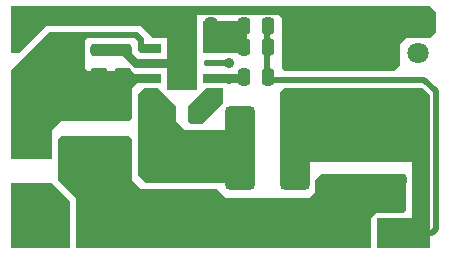
<source format=gtl>
G04 Layer_Physical_Order=1*
G04 Layer_Color=255*
%FSLAX42Y42*%
%MOMM*%
G71*
G01*
G75*
G04:AMPARAMS|DCode=10|XSize=1.45mm|YSize=1mm|CornerRadius=0.25mm|HoleSize=0mm|Usage=FLASHONLY|Rotation=90.000|XOffset=0mm|YOffset=0mm|HoleType=Round|Shape=RoundedRectangle|*
%AMROUNDEDRECTD10*
21,1,1.45,0.50,0,0,90.0*
21,1,0.95,1.00,0,0,90.0*
1,1,0.50,0.25,0.47*
1,1,0.50,0.25,-0.47*
1,1,0.50,-0.25,-0.47*
1,1,0.50,-0.25,0.47*
%
%ADD10ROUNDEDRECTD10*%
G04:AMPARAMS|DCode=11|XSize=1.45mm|YSize=1mm|CornerRadius=0.25mm|HoleSize=0mm|Usage=FLASHONLY|Rotation=180.000|XOffset=0mm|YOffset=0mm|HoleType=Round|Shape=RoundedRectangle|*
%AMROUNDEDRECTD11*
21,1,1.45,0.50,0,0,180.0*
21,1,0.95,1.00,0,0,180.0*
1,1,0.50,-0.47,0.25*
1,1,0.50,0.47,0.25*
1,1,0.50,0.47,-0.25*
1,1,0.50,-0.47,-0.25*
%
%ADD11ROUNDEDRECTD11*%
G04:AMPARAMS|DCode=12|XSize=2.6mm|YSize=1.2mm|CornerRadius=0.3mm|HoleSize=0mm|Usage=FLASHONLY|Rotation=180.000|XOffset=0mm|YOffset=0mm|HoleType=Round|Shape=RoundedRectangle|*
%AMROUNDEDRECTD12*
21,1,2.60,0.60,0,0,180.0*
21,1,2.00,1.20,0,0,180.0*
1,1,0.60,-1.00,0.30*
1,1,0.60,1.00,0.30*
1,1,0.60,1.00,-0.30*
1,1,0.60,-1.00,-0.30*
%
%ADD12ROUNDEDRECTD12*%
G04:AMPARAMS|DCode=13|XSize=3.1mm|YSize=2.41mm|CornerRadius=0.36mm|HoleSize=0mm|Usage=FLASHONLY|Rotation=90.000|XOffset=0mm|YOffset=0mm|HoleType=Round|Shape=RoundedRectangle|*
%AMROUNDEDRECTD13*
21,1,3.10,1.69,0,0,90.0*
21,1,2.38,2.41,0,0,90.0*
1,1,0.72,0.84,1.19*
1,1,0.72,0.84,-1.19*
1,1,0.72,-0.84,-1.19*
1,1,0.72,-0.84,1.19*
%
%ADD13ROUNDEDRECTD13*%
G04:AMPARAMS|DCode=14|XSize=1.6mm|YSize=0.5mm|CornerRadius=0.25mm|HoleSize=0mm|Usage=FLASHONLY|Rotation=180.000|XOffset=0mm|YOffset=0mm|HoleType=Round|Shape=RoundedRectangle|*
%AMROUNDEDRECTD14*
21,1,1.60,0.00,0,0,180.0*
21,1,1.10,0.50,0,0,180.0*
1,1,0.50,-0.55,0.00*
1,1,0.50,0.55,0.00*
1,1,0.50,0.55,0.00*
1,1,0.50,-0.55,0.00*
%
%ADD14ROUNDEDRECTD14*%
G04:AMPARAMS|DCode=15|XSize=7.1mm|YSize=2.5mm|CornerRadius=0.38mm|HoleSize=0mm|Usage=FLASHONLY|Rotation=270.000|XOffset=0mm|YOffset=0mm|HoleType=Round|Shape=RoundedRectangle|*
%AMROUNDEDRECTD15*
21,1,7.10,1.75,0,0,270.0*
21,1,6.35,2.50,0,0,270.0*
1,1,0.75,-0.88,-3.17*
1,1,0.75,-0.88,3.17*
1,1,0.75,0.88,3.17*
1,1,0.75,0.88,-3.17*
%
%ADD15ROUNDEDRECTD15*%
G04:AMPARAMS|DCode=16|XSize=2.16mm|YSize=2.74mm|CornerRadius=0.32mm|HoleSize=0mm|Usage=FLASHONLY|Rotation=90.000|XOffset=0mm|YOffset=0mm|HoleType=Round|Shape=RoundedRectangle|*
%AMROUNDEDRECTD16*
21,1,2.16,2.10,0,0,90.0*
21,1,1.51,2.74,0,0,90.0*
1,1,0.65,1.05,0.76*
1,1,0.65,1.05,-0.76*
1,1,0.65,-1.05,-0.76*
1,1,0.65,-1.05,0.76*
%
%ADD16ROUNDEDRECTD16*%
%ADD17C,0.50*%
%ADD18R,10.75X1.75*%
%ADD19R,1.50X9.00*%
%ADD20C,1.60*%
%ADD21C,1.80*%
%ADD22C,0.90*%
G36*
X3600Y1340D02*
X3600Y50D01*
X3150D01*
Y300D01*
X3450D01*
Y740D01*
Y790D01*
X2330D01*
Y1370D01*
X2360Y1400D01*
X3540D01*
X3600Y1340D01*
D02*
G37*
G36*
X1300Y1400D02*
X1450Y1250D01*
X1450Y1125D01*
X1525Y1050D01*
X2100D01*
Y600D01*
X1190Y600D01*
X1125Y665D01*
Y1350D01*
X1175Y1400D01*
X1300Y1400D01*
D02*
G37*
G36*
X550Y450D02*
Y50D01*
X50Y50D01*
Y600D01*
X400D01*
X550Y450D01*
D02*
G37*
G36*
X1075Y975D02*
Y625D01*
X1150Y550D01*
X1800D01*
X1875Y475D01*
X2575D01*
X2625Y525D01*
Y575D01*
Y625D01*
X2675Y675D01*
X3375D01*
X3400Y650D01*
Y375D01*
X3375Y350D01*
X3150D01*
X3100Y300D01*
Y50D01*
X600D01*
Y475D01*
X450Y625D01*
Y975D01*
X475Y1000D01*
X1050D01*
X1075Y975D01*
D02*
G37*
G36*
X1850Y1275D02*
X1675Y1100D01*
X1575D01*
X1550Y1125D01*
X1550Y1250D01*
X1700Y1400D01*
X1850Y1400D01*
Y1275D01*
D02*
G37*
G36*
X2050Y1700D02*
X1675D01*
X1675Y1975D01*
X2050D01*
X2050Y1700D01*
D02*
G37*
G36*
X1175Y1825D02*
Y1775D01*
X1325D01*
Y1700D01*
X1150D01*
X1125Y1725D01*
Y1800D01*
X1100Y1825D01*
X700D01*
X675Y1800D01*
Y1575D01*
X700Y1550D01*
X1075D01*
X1100Y1525D01*
X1325D01*
Y1450D01*
X1125D01*
X1075Y1400D01*
Y1150D01*
X1050Y1125D01*
X475D01*
X400Y1050D01*
Y800D01*
X50D01*
Y1550D01*
X375Y1875D01*
X1125D01*
X1175Y1825D01*
D02*
G37*
G36*
X2000Y1450D02*
X1675D01*
Y1525D01*
X2000D01*
Y1450D01*
D02*
G37*
G36*
X3650Y2050D02*
Y1875D01*
X3600Y1825D01*
X3400D01*
X3350Y1775D01*
Y1600D01*
X3300Y1550D01*
X2375D01*
X2350Y1575D01*
Y2000D01*
X2325Y2025D01*
X1630Y2025D01*
Y1390D01*
X1370D01*
Y1575D01*
X1100D01*
X1000Y1675D01*
X750D01*
Y1775D01*
X1050D01*
Y1725D01*
X1125Y1650D01*
X1370D01*
Y1825D01*
X1250D01*
X1150Y1925D01*
X350D01*
X125Y1700D01*
X50D01*
Y2100D01*
X3600D01*
X3650Y2050D01*
D02*
G37*
D10*
X2025Y1500D02*
D03*
X2225D02*
D03*
X2025Y1750D02*
D03*
X2225D02*
D03*
X2025Y1925D02*
D03*
X2225D02*
D03*
X1550D02*
D03*
X1750D02*
D03*
X1600Y1175D02*
D03*
X1400D02*
D03*
D11*
X3325Y625D02*
D03*
Y825D02*
D03*
X800Y1725D02*
D03*
Y1525D02*
D03*
X1000Y1725D02*
D03*
Y1525D02*
D03*
D12*
X900Y1210D02*
D03*
Y940D02*
D03*
X600Y1210D02*
D03*
Y940D02*
D03*
X2775Y860D02*
D03*
Y590D02*
D03*
X3075Y860D02*
D03*
Y590D02*
D03*
D13*
X1500Y1550D02*
D03*
D14*
X1760Y1360D02*
D03*
Y1487D02*
D03*
Y1614D02*
D03*
Y1741D02*
D03*
X1240Y1360D02*
D03*
Y1487D02*
D03*
Y1614D02*
D03*
Y1741D02*
D03*
D15*
X1995Y900D02*
D03*
X2455D02*
D03*
D16*
X225Y479D02*
D03*
Y921D02*
D03*
X1375Y354D02*
D03*
Y796D02*
D03*
D17*
X3650Y210D02*
Y1375D01*
X3499Y178D02*
X3618D01*
X1760Y1614D02*
X1896D01*
X3550Y1475D02*
X3650Y1375D01*
X3618Y178D02*
X3650Y210D01*
X2218Y1475D02*
Y1925D01*
Y1475D02*
X3550D01*
D18*
X3062Y862D02*
D03*
D19*
X3525Y500D02*
D03*
D20*
X2775Y450D02*
D03*
X2775Y1000D02*
D03*
X600Y1350D02*
D03*
Y800D02*
D03*
D21*
X707Y178D02*
D03*
X453D02*
D03*
X199D02*
D03*
X961D02*
D03*
X2990D02*
D03*
X3244D02*
D03*
X3498D02*
D03*
X2736D02*
D03*
X3499Y1956D02*
D03*
X197D02*
D03*
X3499Y1702D02*
D03*
D22*
X100Y1750D02*
D03*
X875Y2050D02*
D03*
X625D02*
D03*
X400D02*
D03*
X2375D02*
D03*
X1525D02*
D03*
X1425D02*
D03*
X1325D02*
D03*
X1225D02*
D03*
Y1950D02*
D03*
X1325Y1875D02*
D03*
X1550Y1750D02*
D03*
X1450D02*
D03*
X3275Y1600D02*
D03*
X3075Y375D02*
D03*
X3250Y400D02*
D03*
X3350Y500D02*
D03*
Y400D02*
D03*
X1175Y300D02*
D03*
X1575D02*
D03*
X1275Y175D02*
D03*
X1475D02*
D03*
X1375D02*
D03*
X2500Y100D02*
D03*
X1875D02*
D03*
X1450Y1450D02*
D03*
X1550D02*
D03*
Y1550D02*
D03*
X1450D02*
D03*
Y1650D02*
D03*
X1550D02*
D03*
X1896Y1614D02*
D03*
Y1484D02*
D03*
M02*

</source>
